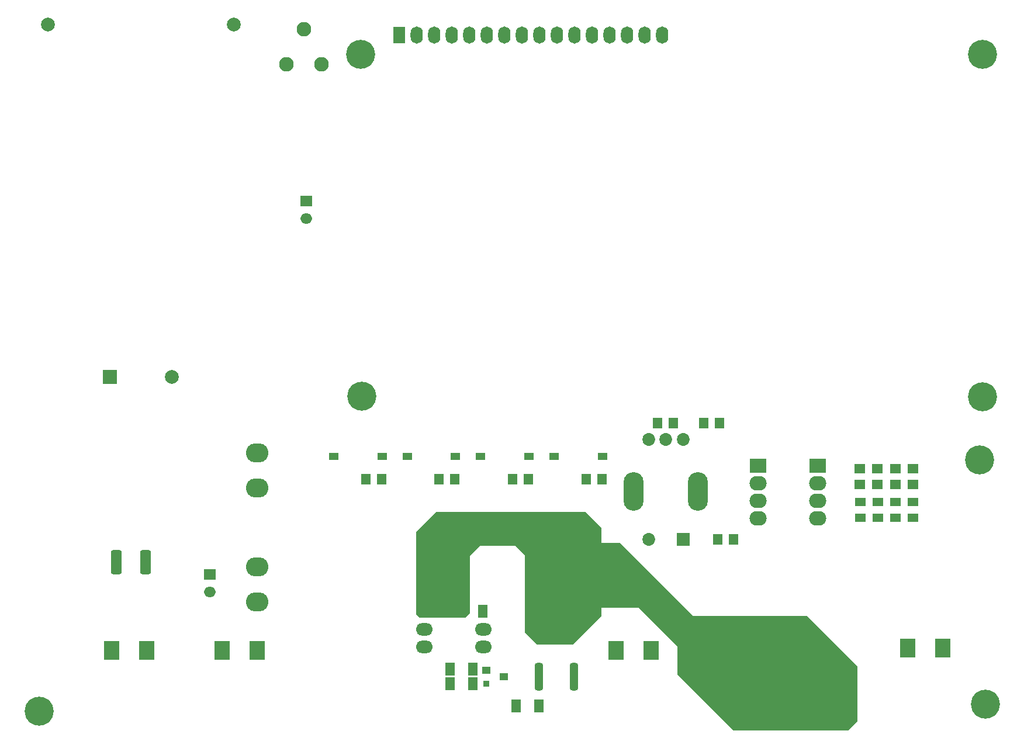
<source format=gbr>
%TF.GenerationSoftware,Altium Limited,Altium Designer,21.3.2 (30)*%
G04 Layer_Color=8388736*
%FSLAX24Y24*%
%MOIN*%
%TF.SameCoordinates,B2232A1B-76E2-43D3-9B88-882A457EFEF9*%
%TF.FilePolarity,Negative*%
%TF.FileFunction,Soldermask,Top*%
%TF.Part,Single*%
G01*
G75*
%TA.AperFunction,SMDPad,CuDef*%
%ADD19R,0.0374X0.0354*%
%ADD67R,0.0630X0.0580*%
%ADD74R,0.0630X0.0474*%
%TA.AperFunction,ComponentPad*%
%ADD83R,0.0867X0.1064*%
%ADD84C,0.1655*%
%ADD85O,0.0700X0.0980*%
%ADD86R,0.0700X0.0980*%
%ADD87O,0.0671X0.0592*%
%ADD88R,0.0671X0.0592*%
%ADD89O,0.1280X0.1080*%
%ADD90C,0.0730*%
%ADD91R,0.0730X0.0730*%
%ADD92O,0.1143X0.2206*%
%ADD93R,0.0980X0.0830*%
%ADD94O,0.0980X0.0830*%
%ADD95C,0.0789*%
%ADD96R,0.0789X0.0789*%
%ADD97C,0.0830*%
%TA.AperFunction,ViaPad*%
%ADD98C,0.1655*%
%TA.AperFunction,SMDPad,CuDef*%
%ADD102R,0.0580X0.0630*%
%ADD103O,0.0966X0.0710*%
%ADD104R,0.0580X0.0730*%
G04:AMPARAMS|DCode=105|XSize=60.8mil|YSize=137.5mil|CornerRadius=10.6mil|HoleSize=0mil|Usage=FLASHONLY|Rotation=180.000|XOffset=0mil|YOffset=0mil|HoleType=Round|Shape=RoundedRectangle|*
%AMROUNDEDRECTD105*
21,1,0.0608,0.1163,0,0,180.0*
21,1,0.0396,0.1375,0,0,180.0*
1,1,0.0212,-0.0198,0.0582*
1,1,0.0212,0.0198,0.0582*
1,1,0.0212,0.0198,-0.0582*
1,1,0.0212,-0.0198,-0.0582*
%
%ADD105ROUNDEDRECTD105*%
%ADD106R,0.0552X0.0395*%
G04:AMPARAMS|DCode=107|XSize=49.7mil|YSize=156.8mil|CornerRadius=15.1mil|HoleSize=0mil|Usage=FLASHONLY|Rotation=0.000|XOffset=0mil|YOffset=0mil|HoleType=Round|Shape=RoundedRectangle|*
%AMROUNDEDRECTD107*
21,1,0.0497,0.1267,0,0,0.0*
21,1,0.0196,0.1568,0,0,0.0*
1,1,0.0301,0.0098,-0.0634*
1,1,0.0301,-0.0098,-0.0634*
1,1,0.0301,-0.0098,0.0634*
1,1,0.0301,0.0098,0.0634*
%
%ADD107ROUNDEDRECTD107*%
%ADD108R,0.0454X0.0434*%
G36*
X33070Y11500D02*
Y10610D01*
X34140D01*
X38290Y6460D01*
X44820D01*
X47680Y3600D01*
Y470D01*
X47150Y-60D01*
X40590D01*
X37410Y3120D01*
Y4720D01*
X35220Y6910D01*
X33070D01*
Y6450D01*
X31460Y4840D01*
X29380D01*
X28690Y5530D01*
Y9940D01*
X28180Y10450D01*
X26130D01*
X25570Y9890D01*
X25570Y6630D01*
X25310Y6370D01*
X22710Y6370D01*
X22520Y6560D01*
Y11270D01*
X23640Y12390D01*
X32100D01*
X32140Y12430D01*
X33070Y11500D01*
D02*
G37*
D19*
X26518Y2606D02*
D03*
D67*
X49830Y14861D02*
D03*
Y13961D02*
D03*
X47813Y14861D02*
D03*
Y13961D02*
D03*
X48821D02*
D03*
Y14861D02*
D03*
X50838Y13961D02*
D03*
Y14861D02*
D03*
D74*
X50853Y12051D02*
D03*
Y12951D02*
D03*
X49845Y12051D02*
D03*
Y12951D02*
D03*
X48836Y12051D02*
D03*
Y12951D02*
D03*
X47828Y12051D02*
D03*
Y12951D02*
D03*
D83*
X13440Y4480D02*
D03*
X11440D02*
D03*
X52550Y4620D02*
D03*
X50550D02*
D03*
X33920Y4480D02*
D03*
X35920D02*
D03*
X5150D02*
D03*
X7150D02*
D03*
D84*
X19340Y38500D02*
D03*
X19390Y19000D02*
D03*
X54790Y38500D02*
D03*
Y18950D02*
D03*
D85*
X36540Y39600D02*
D03*
X35540D02*
D03*
X34540D02*
D03*
X33540D02*
D03*
X32540D02*
D03*
X31540D02*
D03*
X30540D02*
D03*
X29540D02*
D03*
X28540D02*
D03*
X27540D02*
D03*
X26540D02*
D03*
X25540D02*
D03*
X24540D02*
D03*
X23540D02*
D03*
X22540D02*
D03*
D86*
X21540D02*
D03*
D87*
X16240Y29110D02*
D03*
X10750Y7840D02*
D03*
D88*
X16240Y30110D02*
D03*
X10750Y8840D02*
D03*
D89*
X13440Y15770D02*
D03*
Y7270D02*
D03*
Y9270D02*
D03*
Y13770D02*
D03*
D90*
X35756Y10814D02*
D03*
Y16523D02*
D03*
X36740D02*
D03*
X37724D02*
D03*
D91*
Y10814D02*
D03*
D92*
X34909Y13570D02*
D03*
X38571D02*
D03*
D93*
X42000Y15040D02*
D03*
X45410D02*
D03*
D94*
X42000Y14040D02*
D03*
Y13040D02*
D03*
Y12040D02*
D03*
X45410Y14040D02*
D03*
Y13040D02*
D03*
Y12040D02*
D03*
D95*
X8577Y20101D02*
D03*
X1490Y40180D02*
D03*
X12120D02*
D03*
D96*
X5033Y20101D02*
D03*
D97*
X17090Y37930D02*
D03*
X16090Y39930D02*
D03*
X15090Y37930D02*
D03*
D98*
X54960Y1430D02*
D03*
X990Y1040D02*
D03*
X54650Y15370D02*
D03*
D102*
X39800Y17460D02*
D03*
X38900D02*
D03*
X37170D02*
D03*
X36270D02*
D03*
X39700Y10810D02*
D03*
X40600D02*
D03*
X23819Y14260D02*
D03*
X24719D02*
D03*
X28004D02*
D03*
X28904D02*
D03*
X32189D02*
D03*
X33089D02*
D03*
X19633D02*
D03*
X20533D02*
D03*
D103*
X26323Y5700D02*
D03*
Y4700D02*
D03*
X22977D02*
D03*
Y5700D02*
D03*
D104*
X26320Y6740D02*
D03*
X25020D02*
D03*
X29500Y1330D02*
D03*
X28200D02*
D03*
X24450Y2590D02*
D03*
X25750D02*
D03*
X25750Y3420D02*
D03*
X24450D02*
D03*
D105*
X5394Y9520D02*
D03*
X7086D02*
D03*
D106*
X30368Y15560D02*
D03*
X33124D02*
D03*
X26183D02*
D03*
X28938D02*
D03*
X21997D02*
D03*
X24753D02*
D03*
X17812D02*
D03*
X20568D02*
D03*
D107*
X31510Y2990D02*
D03*
X29510D02*
D03*
D108*
X27502Y2980D02*
D03*
X26518Y3354D02*
D03*
%TF.MD5,0b848644e3e1abe05155191cbb59e2a5*%
M02*

</source>
